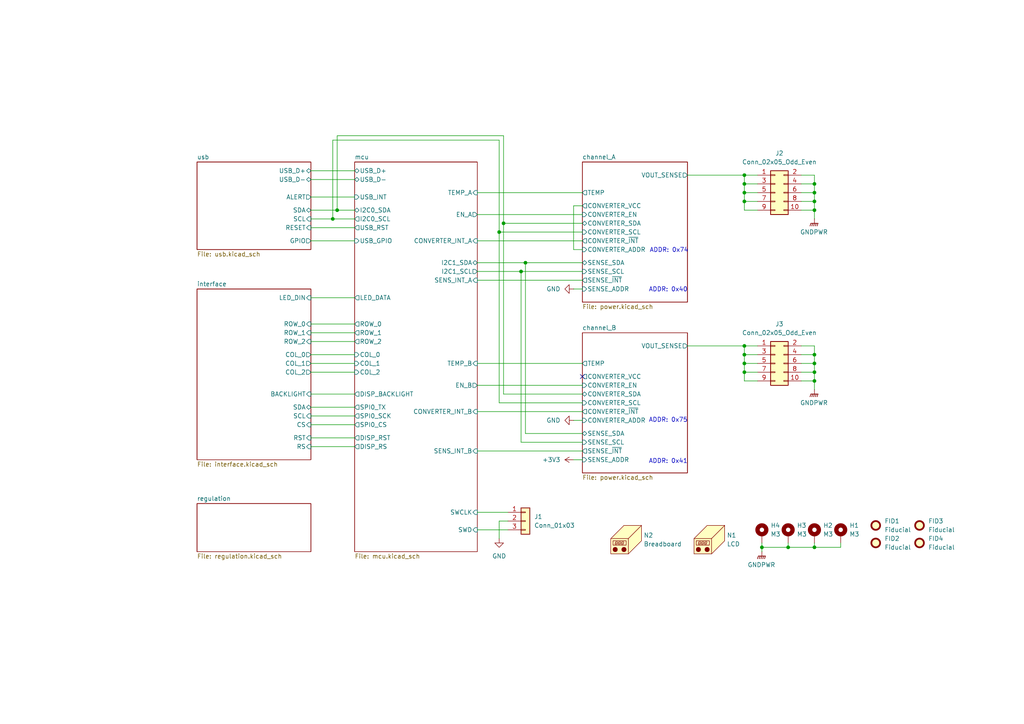
<source format=kicad_sch>
(kicad_sch (version 20250114) (generator "eeschema") (generator_version "9.0")
  (paper "A4")
  (lib_symbols
    (symbol "Connector_Generic:Conn_01x03" (pin_names (offset 1.016) (hide yes))
      (property "Reference" "J" (at 0 5.08 0))
      (property "Value" "Conn_01x03" (at 0 -5.08 0))
      (symbol "Conn_01x03_1_1"
        (rectangle (start -1.27 3.81) (end 1.27 -3.81) (stroke (width 0.254)) (fill (type background)))
        (rectangle (start -1.27 2.667) (end 0 2.413) (stroke (width 0.1524)))
        (rectangle (start -1.27 0.127) (end 0 -0.127) (stroke (width 0.1524)))
        (rectangle (start -1.27 -2.413) (end 0 -2.667) (stroke (width 0.1524)))
        (pin passive line (at -5.08 2.54 0) (length 3.81) (name "Pin_1") (number "1"))
        (pin passive line (at -5.08 0 0) (length 3.81) (name "Pin_2") (number "2"))
        (pin passive line (at -5.08 -2.54 0) (length 3.81) (name "Pin_3") (number "3"))
      )
    )
    (symbol "Connector_Generic:Conn_02x05_Odd_Even" (pin_names (offset 1.016) (hide yes))
      (property "Reference" "J" (at 1.27 7.62 0))
      (property "Value" "Conn_02x05_Odd_Even" (at 1.27 -7.62 0))
      (symbol "Conn_02x05_Odd_Even_1_1"
        (rectangle (start -1.27 6.35) (end 3.81 -6.35) (stroke (width 0.254)) (fill (type background)))
        (rectangle (start -1.27 5.207) (end 0 4.953) (stroke (width 0.1524)))
        (rectangle (start -1.27 2.667) (end 0 2.413) (stroke (width 0.1524)))
        (rectangle (start -1.27 0.127) (end 0 -0.127) (stroke (width 0.1524)))
        (rectangle (start -1.27 -2.413) (end 0 -2.667) (stroke (width 0.1524)))
        (rectangle (start -1.27 -4.953) (end 0 -5.207) (stroke (width 0.1524)))
        (rectangle (start 3.81 5.207) (end 2.54 4.953) (stroke (width 0.1524)))
        (rectangle (start 3.81 2.667) (end 2.54 2.413) (stroke (width 0.1524)))
        (rectangle (start 3.81 0.127) (end 2.54 -0.127) (stroke (width 0.1524)))
        (rectangle (start 3.81 -2.413) (end 2.54 -2.667) (stroke (width 0.1524)))
        (rectangle (start 3.81 -4.953) (end 2.54 -5.207) (stroke (width 0.1524)))
        (pin passive line (at -5.08 5.08 0) (length 3.81) (name "Pin_1") (number "1"))
        (pin passive line (at -5.08 2.54 0) (length 3.81) (name "Pin_3") (number "3"))
        (pin passive line (at -5.08 0 0) (length 3.81) (name "Pin_5") (number "5"))
        (pin passive line (at -5.08 -2.54 0) (length 3.81) (name "Pin_7") (number "7"))
        (pin passive line (at -5.08 -5.08 0) (length 3.81) (name "Pin_9") (number "9"))
        (pin passive line (at 7.62 5.08 180) (length 3.81) (name "Pin_2") (number "2"))
        (pin passive line (at 7.62 2.54 180) (length 3.81) (name "Pin_4") (number "4"))
        (pin passive line (at 7.62 0 180) (length 3.81) (name "Pin_6") (number "6"))
        (pin passive line (at 7.62 -2.54 180) (length 3.81) (name "Pin_8") (number "8"))
        (pin passive line (at 7.62 -5.08 180) (length 3.81) (name "Pin_10") (number "10"))
      )
    )
    (symbol "Mechanical:Fiducial" (in_bom no)
      (property "Reference" "FID" (at 0 5.08 0))
      (property "Value" "Fiducial" (at 0 3.175 0))
      (symbol "Fiducial_0_1"
        (circle (center 0 0) (radius 1.27) (stroke (width 0.508)) (fill (type background)))
      )
    )
    (symbol "Mechanical:Housing" (pin_names (offset 1.016))
      (property "Reference" "N" (at 3.81 0 0))
      (property "Value" "Housing" (at 3.81 -1.905 0))
      (symbol "Housing_0_1"
        (polyline (pts (xy -5.715 0) (xy -0.635 0) (xy 3.175 3.81)))
        (polyline (pts (xy -5.715 0) (xy -5.715 -4.445) (xy -0.635 -4.445) (xy 3.175 -0.635) (xy 3.175 3.81) (xy -1.905 3.81) (xy -5.715 0)) (fill (type background)))
        (rectangle (start -5.08 -0.635) (end -1.27 -1.905))
        (polyline (pts (xy -4.5212 -1.5748) (xy -4.4704 -1.3716)))
        (circle (center -4.445 -3.175) (radius 0.635) (fill (type outline)))
        (polyline (pts (xy -4.4196 -1.2192) (xy -4.3688 -0.9652)))
        (polyline (pts (xy -4.4196 -1.6764) (xy -4.064 -1.6764)))
        (polyline (pts (xy -4.318 -1.3208) (xy -4.0132 -1.3208)))
        (polyline (pts (xy -4.2164 -0.9144) (xy -3.9116 -0.9144)))
        (polyline (pts (xy -3.9116 -1.6256) (xy -3.8608 -1.3716)))
        (polyline (pts (xy -3.81 -1.2192) (xy -3.7592 -0.9652)))
        (polyline (pts (xy -3.6068 -1.5748) (xy -3.556 -1.3716)))
        (polyline (pts (xy -3.5052 -1.2192) (xy -3.4544 -0.9652)))
        (polyline (pts (xy -3.5052 -1.6764) (xy -3.1496 -1.6764)))
        (polyline (pts (xy -3.4036 -1.3208) (xy -3.0988 -1.3208)))
        (polyline (pts (xy -3.302 -0.9144) (xy -2.9972 -0.9144)))
        (polyline (pts (xy -2.9972 -1.6256) (xy -2.9464 -1.3716)))
        (polyline (pts (xy -2.8956 -1.2192) (xy -2.8448 -0.9652)))
        (polyline (pts (xy -2.6924 -1.5748) (xy -2.6416 -1.3716)))
        (polyline (pts (xy -2.5908 -1.2192) (xy -2.54 -0.9652)))
        (polyline (pts (xy -2.5908 -1.6764) (xy -2.2352 -1.6764)))
        (polyline (pts (xy -2.4892 -1.3208) (xy -2.1844 -1.3208)))
        (polyline (pts (xy -2.3876 -0.9144) (xy -2.0828 -0.9144)))
        (polyline (pts (xy -2.0828 -1.6256) (xy -2.032 -1.3716)))
        (polyline (pts (xy -1.9812 -1.2192) (xy -1.9304 -0.9652)))
        (circle (center -1.905 -3.175) (radius 0.635) (fill (type outline)))
        (polyline (pts (xy -0.635 0) (xy -0.635 -4.445)))
      )
    )
    (symbol "Mechanical:MountingHole_Pad" (pin_numbers (hide yes)) (pin_names (offset 1.016) (hide yes)) (in_bom no)
      (property "Reference" "H" (at 0 6.35 0))
      (property "Value" "MountingHole_Pad" (at 0 4.445 0))
      (symbol "MountingHole_Pad_0_1"
        (circle (center 0 1.27) (radius 1.27) (stroke (width 1.27)))
      )
      (symbol "MountingHole_Pad_1_1"
        (pin input line (at 0 -2.54 90) (length 2.54) (name "1") (number "1"))
      )
    )
    (symbol "power:+3V3" (power) (pin_numbers (hide yes)) (pin_names (offset 0) (hide yes))
      (property "Value" "+3V3" (at 0 3.556 0))
      (symbol "+3V3_0_1"
        (polyline (pts (xy -0.762 1.27) (xy 0 2.54)))
        (polyline (pts (xy 0 2.54) (xy 0.762 1.27)))
        (polyline (pts (xy 0 0) (xy 0 2.54)))
      )
      (symbol "+3V3_1_1"
        (pin power_in line (at 0 0 90) (length 0) (name "~") (number "1"))
      )
    )
    (symbol "power:GND" (power) (pin_numbers (hide yes)) (pin_names (offset 0) (hide yes))
      (property "Value" "GND" (at 0 -3.81 0))
      (symbol "GND_0_1"
        (polyline (pts (xy 0 0) (xy 0 -1.27) (xy 1.27 -1.27) (xy 0 -2.54) (xy -1.27 -1.27) (xy 0 -1.27)))
      )
      (symbol "GND_1_1"
        (pin power_in line (at 0 0 270) (length 0) (name "~") (number "1"))
      )
    )
    (symbol "power:GNDPWR" (power) (pin_numbers (hide yes)) (pin_names (offset 0) (hide yes))
      (property "Value" "GNDPWR" (at 0 -3.302 0))
      (symbol "GNDPWR_0_1"
        (polyline (pts (xy -1.016 -1.27) (xy -1.27 -2.032) (xy -1.27 -2.032)) (stroke (width 0.2032)))
        (polyline (pts (xy -0.508 -1.27) (xy -0.762 -2.032) (xy -0.762 -2.032)) (stroke (width 0.2032)))
        (polyline (pts (xy 0 -1.27) (xy 0 0)))
        (polyline (pts (xy 0 -1.27) (xy -0.254 -2.032) (xy -0.254 -2.032)) (stroke (width 0.2032)))
        (polyline (pts (xy 0.508 -1.27) (xy 0.254 -2.032) (xy 0.254 -2.032)) (stroke (width 0.2032)))
        (polyline (pts (xy 1.016 -1.27) (xy -1.016 -1.27) (xy -1.016 -1.27)) (stroke (width 0.2032)))
        (polyline (pts (xy 1.016 -1.27) (xy 0.762 -2.032) (xy 0.762 -2.032) (xy 0.762 -2.032)) (stroke (width 0.2032)))
      )
      (symbol "GNDPWR_1_1"
        (pin power_in line (at 0 0 270) (length 0) (name "~") (number "1"))
      )
    )
  )
  (text "ADDR: 0x41" (at 193.802 133.858 0) (effects (font (size 1.27 1.27))))
  (text "ADDR: 0x40" (at 193.802 84.074 0) (effects (font (size 1.27 1.27))))
  (text "ADDR: 0x74" (at 194.056 72.644 0) (effects (font (size 1.27 1.27))))
  (text "ADDR: 0x75" (at 193.802 121.92 0) (effects (font (size 1.27 1.27))))
  (junction (at 236.22 158.75))
  (junction (at 215.9 107.95))
  (junction (at 236.22 58.42))
  (junction (at 151.13 78.74))
  (junction (at 236.22 60.96))
  (junction (at 215.9 58.42))
  (junction (at 215.9 100.33))
  (junction (at 236.22 53.34))
  (junction (at 215.9 55.88))
  (junction (at 215.9 53.34))
  (junction (at 236.22 55.88))
  (junction (at 220.98 158.75))
  (junction (at 96.52 63.5))
  (junction (at 215.9 105.41))
  (junction (at 152.4 76.2))
  (junction (at 236.22 102.87))
  (junction (at 228.6 158.75))
  (junction (at 215.9 102.87))
  (junction (at 236.22 105.41))
  (junction (at 97.79 60.96))
  (junction (at 236.22 107.95))
  (junction (at 215.9 50.8))
  (junction (at 236.22 110.49))
  (junction (at 144.78 67.31))
  (junction (at 146.05 64.77))
  (no_connect (at 168.91 109.22))
  (wire (pts (xy 168.91 114.3) (xy 146.05 114.3)))
  (wire (pts (xy 90.17 52.07) (xy 102.87 52.07)))
  (wire (pts (xy 215.9 50.8) (xy 219.71 50.8)))
  (wire (pts (xy 215.9 110.49) (xy 215.9 107.95)))
  (wire (pts (xy 90.17 86.36) (xy 102.87 86.36)))
  (wire (pts (xy 90.17 57.15) (xy 102.87 57.15)))
  (wire (pts (xy 144.78 67.31) (xy 168.91 67.31)))
  (wire (pts (xy 215.9 60.96) (xy 215.9 58.42)))
  (wire (pts (xy 90.17 129.54) (xy 102.87 129.54)))
  (wire (pts (xy 236.22 158.75) (xy 228.6 158.75)))
  (wire (pts (xy 219.71 60.96) (xy 215.9 60.96)))
  (wire (pts (xy 96.52 40.64) (xy 96.52 63.5)))
  (wire (pts (xy 243.84 158.75) (xy 236.22 158.75)))
  (wire (pts (xy 151.13 78.74) (xy 168.91 78.74)))
  (wire (pts (xy 138.43 119.38) (xy 168.91 119.38)))
  (wire (pts (xy 168.91 116.84) (xy 144.78 116.84)))
  (wire (pts (xy 236.22 60.96) (xy 236.22 63.5)))
  (wire (pts (xy 232.41 105.41) (xy 236.22 105.41)))
  (wire (pts (xy 236.22 55.88) (xy 236.22 58.42)))
  (wire (pts (xy 215.9 107.95) (xy 215.9 105.41)))
  (wire (pts (xy 168.91 125.73) (xy 152.4 125.73)))
  (wire (pts (xy 232.41 100.33) (xy 236.22 100.33)))
  (wire (pts (xy 236.22 53.34) (xy 236.22 55.88)))
  (wire (pts (xy 90.17 107.95) (xy 102.87 107.95)))
  (wire (pts (xy 236.22 107.95) (xy 236.22 110.49)))
  (wire (pts (xy 215.9 105.41) (xy 215.9 102.87)))
  (wire (pts (xy 166.37 133.35) (xy 168.91 133.35)))
  (wire (pts (xy 90.17 120.65) (xy 102.87 120.65)))
  (wire (pts (xy 166.37 121.92) (xy 168.91 121.92)))
  (wire (pts (xy 215.9 100.33) (xy 219.71 100.33)))
  (wire (pts (xy 219.71 102.87) (xy 215.9 102.87)))
  (wire (pts (xy 138.43 55.88) (xy 168.91 55.88)))
  (wire (pts (xy 199.39 50.8) (xy 215.9 50.8)))
  (wire (pts (xy 90.17 127) (xy 102.87 127)))
  (wire (pts (xy 97.79 39.37) (xy 97.79 60.96)))
  (wire (pts (xy 152.4 76.2) (xy 168.91 76.2)))
  (wire (pts (xy 199.39 100.33) (xy 215.9 100.33)))
  (wire (pts (xy 232.41 55.88) (xy 236.22 55.88)))
  (wire (pts (xy 219.71 107.95) (xy 215.9 107.95)))
  (wire (pts (xy 90.17 123.19) (xy 102.87 123.19)))
  (wire (pts (xy 144.78 116.84) (xy 144.78 67.31)))
  (wire (pts (xy 219.71 53.34) (xy 215.9 53.34)))
  (wire (pts (xy 90.17 118.11) (xy 102.87 118.11)))
  (wire (pts (xy 219.71 55.88) (xy 215.9 55.88)))
  (wire (pts (xy 146.05 39.37) (xy 97.79 39.37)))
  (wire (pts (xy 232.41 60.96) (xy 236.22 60.96)))
  (wire (pts (xy 138.43 148.59) (xy 147.32 148.59)))
  (wire (pts (xy 215.9 58.42) (xy 215.9 55.88)))
  (wire (pts (xy 219.71 105.41) (xy 215.9 105.41)))
  (wire (pts (xy 138.43 62.23) (xy 168.91 62.23)))
  (wire (pts (xy 166.37 72.39) (xy 168.91 72.39)))
  (wire (pts (xy 220.98 158.75) (xy 220.98 160.02)))
  (wire (pts (xy 236.22 102.87) (xy 236.22 105.41)))
  (wire (pts (xy 90.17 69.85) (xy 102.87 69.85)))
  (wire (pts (xy 147.32 151.13) (xy 144.78 151.13)))
  (wire (pts (xy 138.43 78.74) (xy 151.13 78.74)))
  (wire (pts (xy 90.17 49.53) (xy 102.87 49.53)))
  (wire (pts (xy 236.22 110.49) (xy 236.22 113.03)))
  (wire (pts (xy 219.71 110.49) (xy 215.9 110.49)))
  (wire (pts (xy 166.37 83.82) (xy 168.91 83.82)))
  (wire (pts (xy 151.13 128.27) (xy 151.13 78.74)))
  (wire (pts (xy 220.98 157.48) (xy 220.98 158.75)))
  (wire (pts (xy 90.17 60.96) (xy 97.79 60.96)))
  (wire (pts (xy 138.43 130.81) (xy 168.91 130.81)))
  (wire (pts (xy 138.43 105.41) (xy 168.91 105.41)))
  (wire (pts (xy 96.52 63.5) (xy 102.87 63.5)))
  (wire (pts (xy 166.37 59.69) (xy 168.91 59.69)))
  (wire (pts (xy 236.22 58.42) (xy 236.22 60.96)))
  (wire (pts (xy 146.05 39.37) (xy 146.05 64.77)))
  (wire (pts (xy 236.22 100.33) (xy 236.22 102.87)))
  (wire (pts (xy 90.17 63.5) (xy 96.52 63.5)))
  (wire (pts (xy 152.4 125.73) (xy 152.4 76.2)))
  (wire (pts (xy 232.41 53.34) (xy 236.22 53.34)))
  (wire (pts (xy 146.05 114.3) (xy 146.05 64.77)))
  (wire (pts (xy 220.98 158.75) (xy 228.6 158.75)))
  (wire (pts (xy 90.17 114.3) (xy 102.87 114.3)))
  (wire (pts (xy 166.37 72.39) (xy 166.37 59.69)))
  (wire (pts (xy 90.17 93.98) (xy 102.87 93.98)))
  (wire (pts (xy 228.6 157.48) (xy 228.6 158.75)))
  (wire (pts (xy 243.84 157.48) (xy 243.84 158.75)))
  (wire (pts (xy 138.43 153.67) (xy 147.32 153.67)))
  (wire (pts (xy 146.05 64.77) (xy 168.91 64.77)))
  (wire (pts (xy 90.17 96.52) (xy 102.87 96.52)))
  (wire (pts (xy 144.78 40.64) (xy 144.78 67.31)))
  (wire (pts (xy 144.78 40.64) (xy 96.52 40.64)))
  (wire (pts (xy 138.43 69.85) (xy 168.91 69.85)))
  (wire (pts (xy 97.79 60.96) (xy 102.87 60.96)))
  (wire (pts (xy 138.43 111.76) (xy 168.91 111.76)))
  (wire (pts (xy 138.43 76.2) (xy 152.4 76.2)))
  (wire (pts (xy 90.17 105.41) (xy 102.87 105.41)))
  (wire (pts (xy 138.43 81.28) (xy 168.91 81.28)))
  (wire (pts (xy 215.9 53.34) (xy 215.9 50.8)))
  (wire (pts (xy 219.71 58.42) (xy 215.9 58.42)))
  (wire (pts (xy 90.17 102.87) (xy 102.87 102.87)))
  (wire (pts (xy 144.78 151.13) (xy 144.78 156.21)))
  (wire (pts (xy 232.41 50.8) (xy 236.22 50.8)))
  (wire (pts (xy 232.41 102.87) (xy 236.22 102.87)))
  (wire (pts (xy 236.22 50.8) (xy 236.22 53.34)))
  (wire (pts (xy 232.41 107.95) (xy 236.22 107.95)))
  (wire (pts (xy 90.17 66.04) (xy 102.87 66.04)))
  (wire (pts (xy 90.17 99.06) (xy 102.87 99.06)))
  (wire (pts (xy 215.9 102.87) (xy 215.9 100.33)))
  (wire (pts (xy 236.22 157.48) (xy 236.22 158.75)))
  (wire (pts (xy 215.9 55.88) (xy 215.9 53.34)))
  (wire (pts (xy 232.41 58.42) (xy 236.22 58.42)))
  (wire (pts (xy 232.41 110.49) (xy 236.22 110.49)))
  (wire (pts (xy 236.22 105.41) (xy 236.22 107.95)))
  (wire (pts (xy 168.91 128.27) (xy 151.13 128.27)))
  (symbol (lib_id "power:GND") (at 144.78 156.21 0) (mirror y) (unit 1)
    (property "Reference" "#PWR01" (effects (hide yes)))
    (property "Value" "GND" (at 144.78 161.29 0))
    (property "Description" "Power symbol creates a global label with name \"GND\" , ground" (effects (hide yes)))
  )
  (symbol (lib_id "Mechanical:Fiducial") (at 266.7 152.4 0) (unit 1) (in_bom no)
    (property "Reference" "FID3" (at 269.24 151.1299 0) (effects (justify left)))
    (property "Value" "Fiducial" (at 269.24 153.6699 0) (effects (justify left)))
    (property "Footprint" "Fiducial:Fiducial_1mm_Mask2mm" (effects (hide yes)))
    (property "Description" "Fiducial Marker" (effects (hide yes)))
  )
  (symbol (lib_id "Connector_Generic:Conn_02x05_Odd_Even") (at 224.79 105.41 0) (unit 1)
    (property "Reference" "J3" (at 226.06 93.98 0))
    (property "Value" "Conn_02x05_Odd_Even" (at 226.06 96.52 0))
    (property "Footprint" "Connector_PinHeader_2.54mm:PinHeader_2x05_P2.54mm_Vertical_SMD" (effects (hide yes)))
    (property "Description" "Generic connector, double row, 02x05, odd/even pin numbering scheme (row 1 odd numbers, row 2 even numbers), script generated (kicad-library-utils/schlib/autogen/connector/)" (effects (hide yes)))
    (property "LCSC" "C124391" (effects (hide yes)))
  )
  (symbol (lib_id "Mechanical:Housing") (at 207.01 156.21 0) (unit 1)
    (property "Reference" "N1" (at 210.82 155.2574 0) (effects (justify left)))
    (property "Value" "LCD" (at 210.82 157.7974 0) (effects (justify left)))
    (property "Footprint" "protovolt_mini_fp:HS20HS072RX" (effects (hide yes)))
    (property "Description" "Housing" (effects (hide yes)))
  )
  (symbol (lib_id "power:GNDPWR") (at 236.22 63.5 0) (unit 1)
    (property "Reference" "#PWR06" (effects (hide yes)))
    (property "Value" "GNDPWR" (at 236.093 67.31 0))
    (property "Description" "Power symbol creates a global label with name \"GNDPWR\" , global ground" (effects (hide yes)))
  )
  (symbol (lib_id "Mechanical:MountingHole_Pad") (at 236.22 154.94 0) (unit 1) (in_bom no)
    (property "Reference" "H2" (at 238.76 152.3999 0) (effects (justify left)))
    (property "Value" "M3" (at 238.76 154.9399 0) (effects (justify left)))
    (property "Footprint" "MountingHole:MountingHole_3.2mm_M3_DIN965_Pad_TopBottom" (effects (hide yes)))
    (property "Description" "Mounting Hole with connection" (effects (hide yes)))
  )
  (symbol (lib_id "Mechanical:Fiducial") (at 254 152.4 0) (unit 1) (in_bom no)
    (property "Reference" "FID1" (at 256.54 151.1299 0) (effects (justify left)))
    (property "Value" "Fiducial" (at 256.54 153.6699 0) (effects (justify left)))
    (property "Footprint" "Fiducial:Fiducial_1mm_Mask2mm" (effects (hide yes)))
    (property "Description" "Fiducial Marker" (effects (hide yes)))
  )
  (symbol (lib_id "Mechanical:Fiducial") (at 254 157.48 0) (unit 1) (in_bom no)
    (property "Reference" "FID2" (at 256.54 156.2099 0) (effects (justify left)))
    (property "Value" "Fiducial" (at 256.54 158.7499 0) (effects (justify left)))
    (property "Footprint" "Fiducial:Fiducial_1mm_Mask2mm" (effects (hide yes)))
    (property "Description" "Fiducial Marker" (effects (hide yes)))
  )
  (symbol (lib_id "power:GNDPWR") (at 236.22 113.03 0) (unit 1)
    (property "Reference" "#PWR07" (effects (hide yes)))
    (property "Value" "GNDPWR" (at 236.093 116.84 0))
    (property "Description" "Power symbol creates a global label with name \"GNDPWR\" , global ground" (effects (hide yes)))
  )
  (symbol (lib_id "power:GND") (at 166.37 83.82 270) (mirror x) (unit 1)
    (property "Reference" "#PWR03" (effects (hide yes)))
    (property "Value" "GND" (at 162.56 83.8199 90) (effects (justify right)))
    (property "Description" "Power symbol creates a global label with name \"GND\" , ground" (effects (hide yes)))
  )
  (symbol (lib_id "Mechanical:Fiducial") (at 266.7 157.48 0) (unit 1) (in_bom no)
    (property "Reference" "FID4" (at 269.24 156.2099 0) (effects (justify left)))
    (property "Value" "Fiducial" (at 269.24 158.7499 0) (effects (justify left)))
    (property "Footprint" "Fiducial:Fiducial_1mm_Mask2mm" (effects (hide yes)))
    (property "Description" "Fiducial Marker" (effects (hide yes)))
  )
  (symbol (lib_id "Mechanical:Housing") (at 182.88 156.21 0) (unit 1)
    (property "Reference" "N2" (at 186.69 155.2574 0) (effects (justify left)))
    (property "Value" "Breadboard" (at 186.69 157.7974 0) (effects (justify left)))
    (property "Footprint" "protovolt_mini_fp:Breadboard_400P" (effects (hide yes)))
    (property "Description" "Housing" (effects (hide yes)))
  )
  (symbol (lib_id "Mechanical:MountingHole_Pad") (at 220.98 154.94 0) (unit 1) (in_bom no)
    (property "Reference" "H4" (at 223.52 152.3999 0) (effects (justify left)))
    (property "Value" "M3" (at 223.52 154.9399 0) (effects (justify left)))
    (property "Footprint" "MountingHole:MountingHole_3.2mm_M3_DIN965_Pad_TopBottom" (effects (hide yes)))
    (property "Description" "Mounting Hole with connection" (effects (hide yes)))
  )
  (symbol (lib_id "Connector_Generic:Conn_01x03") (at 152.4 151.13 0) (unit 1)
    (property "Reference" "J1" (at 154.94 149.8599 0) (effects (justify left)))
    (property "Value" "Conn_01x03" (at 154.94 152.3999 0) (effects (justify left)))
    (property "Footprint" "Jumper:SolderJumper-3_P1.3mm_Open_RoundedPad1.0x1.5mm" (effects (hide yes)))
    (property "Description" "Generic connector, single row, 01x03, script generated (kicad-library-utils/schlib/autogen/connector/)" (effects (hide yes)))
  )
  (symbol (lib_id "Mechanical:MountingHole_Pad") (at 228.6 154.94 0) (unit 1) (in_bom no)
    (property "Reference" "H3" (at 231.14 152.3999 0) (effects (justify left)))
    (property "Value" "M3" (at 231.14 154.9399 0) (effects (justify left)))
    (property "Footprint" "MountingHole:MountingHole_3.2mm_M3_DIN965_Pad_TopBottom" (effects (hide yes)))
    (property "Description" "Mounting Hole with connection" (effects (hide yes)))
  )
  (symbol (lib_id "Connector_Generic:Conn_02x05_Odd_Even") (at 224.79 55.88 0) (unit 1)
    (property "Reference" "J2" (at 226.06 44.45 0))
    (property "Value" "Conn_02x05_Odd_Even" (at 226.06 46.99 0))
    (property "Footprint" "Connector_PinHeader_2.54mm:PinHeader_2x05_P2.54mm_Vertical_SMD" (effects (hide yes)))
    (property "Description" "Generic connector, double row, 02x05, odd/even pin numbering scheme (row 1 odd numbers, row 2 even numbers), script generated (kicad-library-utils/schlib/autogen/connector/)" (effects (hide yes)))
    (property "LCSC" "C124391" (effects (hide yes)))
  )
  (symbol (lib_id "Mechanical:MountingHole_Pad") (at 243.84 154.94 0) (unit 1) (in_bom no)
    (property "Reference" "H1" (at 246.38 152.3999 0) (effects (justify left)))
    (property "Value" "M3" (at 246.38 154.9399 0) (effects (justify left)))
    (property "Footprint" "MountingHole:MountingHole_3.2mm_M3_DIN965_Pad_TopBottom" (effects (hide yes)))
    (property "Description" "Mounting Hole with connection" (effects (hide yes)))
  )
  (symbol (lib_id "power:GNDPWR") (at 220.98 160.02 0) (unit 1)
    (property "Reference" "#PWR0123" (effects (hide yes)))
    (property "Value" "GNDPWR" (at 220.853 163.83 0))
    (property "Description" "Power symbol creates a global label with name \"GNDPWR\" , global ground" (effects (hide yes)))
  )
  (symbol (lib_id "power:GND") (at 166.37 121.92 270) (mirror x) (unit 1)
    (property "Reference" "#PWR04" (effects (hide yes)))
    (property "Value" "GND" (at 162.56 121.9199 90) (effects (justify right)))
    (property "Description" "Power symbol creates a global label with name \"GND\" , ground" (effects (hide yes)))
  )
  (symbol (lib_id "power:+3V3") (at 166.37 133.35 90) (mirror x) (unit 1)
    (property "Reference" "#PWR05" (effects (hide yes)))
    (property "Value" "+3V3" (at 162.56 133.3499 90) (effects (justify left)))
    (property "Description" "Power symbol creates a global label with name \"+3V3\"" (effects (hide yes)))
  )
  (sheet (at 57.15 46.99) (size 33.02 25.4) (stroke (width 0.1524))
    (property "Sheetname" "usb" (at 57.15 46.2784 0) (effects (justify left bottom)))
    (property "Sheetfile" "usb.kicad_sch" (at 57.15 72.9746 0) (effects (justify left top)))
    (pin "ALERT" output (at 90.17 57.15 0))
    (pin "USB_D-" bidirectional (at 90.17 52.07 0))
    (pin "SDA" bidirectional (at 90.17 60.96 0))
    (pin "SCL" input (at 90.17 63.5 0))
    (pin "RESET" input (at 90.17 66.04 0))
    (pin "USB_D+" bidirectional (at 90.17 49.53 0))
    (pin "GPIO" output (at 90.17 69.85 0))
  )
  (sheet (at 168.91 46.99) (size 30.48 40.64) (stroke (width 0.1524))
    (property "Sheetname" "channel_A" (at 168.91 46.2784 0) (effects (justify left bottom)))
    (property "Sheetfile" "power.kicad_sch" (at 168.91 88.2146 0) (effects (justify left top)))
    (pin "SENSE_SCL" input (at 168.91 78.74 180))
    (pin "SENSE_SDA" bidirectional (at 168.91 76.2 180))
    (pin "CONVERTER_SDA" bidirectional (at 168.91 64.77 180))
    (pin "CONVERTER_EN" input (at 168.91 62.23 180))
    (pin "VOUT_SENSE" output (at 199.39 50.8 0))
    (pin "CONVERTER_SCL" input (at 168.91 67.31 180))
    (pin "SENSE_ADDR" input (at 168.91 83.82 180))
    (pin "TEMP" output (at 168.91 55.88 180))
    (pin "CONVERTER_ADDR" input (at 168.91 72.39 180))
    (pin "CONVERTER_VCC" output (at 168.91 59.69 180))
    (pin "SENSE_~{INT}" output (at 168.91 81.28 180))
    (pin "CONVERTER_~{INT}" output (at 168.91 69.85 180))
  )
  (sheet (at 168.91 96.52) (size 30.48 40.64) (stroke (width 0.1524))
    (property "Sheetname" "channel_B" (at 168.91 95.8084 0) (effects (justify left bottom)))
    (property "Sheetfile" "power.kicad_sch" (at 168.91 137.7446 0) (effects (justify left top)))
    (pin "SENSE_SCL" input (at 168.91 128.27 180))
    (pin "SENSE_SDA" bidirectional (at 168.91 125.73 180))
    (pin "CONVERTER_SDA" bidirectional (at 168.91 114.3 180))
    (pin "CONVERTER_EN" input (at 168.91 111.76 180))
    (pin "VOUT_SENSE" output (at 199.39 100.33 0))
    (pin "CONVERTER_SCL" input (at 168.91 116.84 180))
    (pin "SENSE_ADDR" input (at 168.91 133.35 180))
    (pin "TEMP" output (at 168.91 105.41 180))
    (pin "CONVERTER_ADDR" input (at 168.91 121.92 180))
    (pin "CONVERTER_VCC" output (at 168.91 109.22 180))
    (pin "SENSE_~{INT}" output (at 168.91 130.81 180))
    (pin "CONVERTER_~{INT}" output (at 168.91 119.38 180))
  )
  (sheet (at 57.15 83.82) (size 33.02 49.53) (stroke (width 0.1524))
    (property "Sheetname" "interface" (at 57.15 83.1084 0) (effects (justify left bottom)))
    (property "Sheetfile" "interface.kicad_sch" (at 57.15 133.9346 0) (effects (justify left top)))
    (pin "LED_DIN" input (at 90.17 86.36 0))
    (pin "BACKLIGHT" input (at 90.17 114.3 0))
    (pin "RS" input (at 90.17 129.54 0))
    (pin "SDA" bidirectional (at 90.17 118.11 0))
    (pin "RST" input (at 90.17 127 0))
    (pin "SCL" input (at 90.17 120.65 0))
    (pin "CS" input (at 90.17 123.19 0))
    (pin "ROW_1" input (at 90.17 96.52 0))
    (pin "ROW_2" input (at 90.17 99.06 0))
    (pin "ROW_0" input (at 90.17 93.98 0))
    (pin "COL_0" output (at 90.17 102.87 0))
    (pin "COL_1" output (at 90.17 105.41 0))
    (pin "COL_2" output (at 90.17 107.95 0))
  )
  (sheet (at 102.87 46.99) (size 35.56 113.03) (stroke (width 0.1524))
    (property "Sheetname" "mcu" (at 102.87 46.2784 0) (effects (justify left bottom)))
    (property "Sheetfile" "mcu.kicad_sch" (at 102.87 160.6046 0) (effects (justify left top)))
    (pin "USB_D-" bidirectional (at 102.87 52.07 180))
    (pin "USB_D+" bidirectional (at 102.87 49.53 180))
    (pin "SPI0_TX" output (at 102.87 118.11 180))
    (pin "SPI0_SCK" output (at 102.87 120.65 180))
    (pin "SPI0_CS" output (at 102.87 123.19 180))
    (pin "DISP_RST" output (at 102.87 127 180))
    (pin "DISP_BACKLIGHT" output (at 102.87 114.3 180))
    (pin "DISP_RS" output (at 102.87 129.54 180))
    (pin "EN_A" output (at 138.43 62.23 0))
    (pin "EN_B" output (at 138.43 111.76 0))
    (pin "TEMP_B" input (at 138.43 105.41 0))
    (pin "TEMP_A" input (at 138.43 55.88 0))
    (pin "SWD" input (at 138.43 153.67 0))
    (pin "SWCLK" input (at 138.43 148.59 0))
    (pin "I2C0_SDA" bidirectional (at 102.87 60.96 180))
    (pin "I2C0_SCL" output (at 102.87 63.5 180))
    (pin "I2C1_SDA" bidirectional (at 138.43 76.2 0))
    (pin "I2C1_SCL" output (at 138.43 78.74 0))
    (pin "USB_INT" input (at 102.87 57.15 180))
    (pin "SENS_INT_A" input (at 138.43 81.28 0))
    (pin "SENS_INT_B" input (at 138.43 130.81 0))
    (pin "LED_DATA" output (at 102.87 86.36 180))
    (pin "USB_RST" output (at 102.87 66.04 180))
    (pin "USB_GPIO" input (at 102.87 69.85 180))
    (pin "COL_2" input (at 102.87 107.95 180))
    (pin "COL_0" input (at 102.87 102.87 180))
    (pin "COL_1" input (at 102.87 105.41 180))
    (pin "ROW_2" output (at 102.87 99.06 180))
    (pin "ROW_1" output (at 102.87 96.52 180))
    (pin "ROW_0" output (at 102.87 93.98 180))
    (pin "CONVERTER_INT_B" input (at 138.43 119.38 0))
    (pin "CONVERTER_INT_A" input (at 138.43 69.85 0))
  )
  (sheet (at 57.15 146.05) (size 33.02 13.97) (stroke (width 0.1524))
    (property "Sheetname" "regulation" (at 57.15 145.3384 0) (effects (justify left bottom)))
    (property "Sheetfile" "regulation.kicad_sch" (at 57.15 160.6046 0) (effects (justify left top)))
  )
)
</source>
